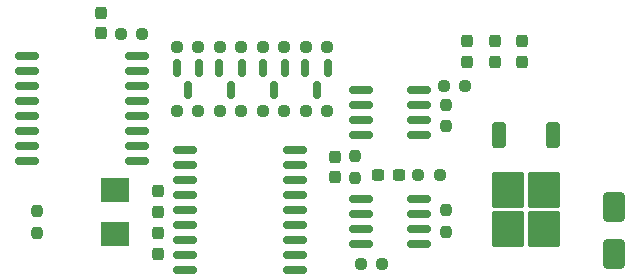
<source format=gbr>
%TF.GenerationSoftware,KiCad,Pcbnew,7.0.7*%
%TF.CreationDate,2023-09-17T21:28:58+02:00*%
%TF.ProjectId,PSACANBridgeHW_v12,50534143-414e-4427-9269-64676548575f,rev?*%
%TF.SameCoordinates,Original*%
%TF.FileFunction,Paste,Top*%
%TF.FilePolarity,Positive*%
%FSLAX46Y46*%
G04 Gerber Fmt 4.6, Leading zero omitted, Abs format (unit mm)*
G04 Created by KiCad (PCBNEW 7.0.7) date 2023-09-17 21:28:58*
%MOMM*%
%LPD*%
G01*
G04 APERTURE LIST*
G04 Aperture macros list*
%AMRoundRect*
0 Rectangle with rounded corners*
0 $1 Rounding radius*
0 $2 $3 $4 $5 $6 $7 $8 $9 X,Y pos of 4 corners*
0 Add a 4 corners polygon primitive as box body*
4,1,4,$2,$3,$4,$5,$6,$7,$8,$9,$2,$3,0*
0 Add four circle primitives for the rounded corners*
1,1,$1+$1,$2,$3*
1,1,$1+$1,$4,$5*
1,1,$1+$1,$6,$7*
1,1,$1+$1,$8,$9*
0 Add four rect primitives between the rounded corners*
20,1,$1+$1,$2,$3,$4,$5,0*
20,1,$1+$1,$4,$5,$6,$7,0*
20,1,$1+$1,$6,$7,$8,$9,0*
20,1,$1+$1,$8,$9,$2,$3,0*%
G04 Aperture macros list end*
%ADD10RoundRect,0.237500X0.237500X-0.250000X0.237500X0.250000X-0.237500X0.250000X-0.237500X-0.250000X0*%
%ADD11RoundRect,0.237500X-0.250000X-0.237500X0.250000X-0.237500X0.250000X0.237500X-0.250000X0.237500X0*%
%ADD12RoundRect,0.237500X-0.237500X0.300000X-0.237500X-0.300000X0.237500X-0.300000X0.237500X0.300000X0*%
%ADD13RoundRect,0.150000X-0.875000X-0.150000X0.875000X-0.150000X0.875000X0.150000X-0.875000X0.150000X0*%
%ADD14RoundRect,0.250000X-0.350000X0.850000X-0.350000X-0.850000X0.350000X-0.850000X0.350000X0.850000X0*%
%ADD15RoundRect,0.250000X-1.125000X1.275000X-1.125000X-1.275000X1.125000X-1.275000X1.125000X1.275000X0*%
%ADD16R,2.400000X2.000000*%
%ADD17RoundRect,0.150000X-0.825000X-0.150000X0.825000X-0.150000X0.825000X0.150000X-0.825000X0.150000X0*%
%ADD18RoundRect,0.237500X0.250000X0.237500X-0.250000X0.237500X-0.250000X-0.237500X0.250000X-0.237500X0*%
%ADD19RoundRect,0.237500X0.237500X-0.300000X0.237500X0.300000X-0.237500X0.300000X-0.237500X-0.300000X0*%
%ADD20RoundRect,0.237500X-0.300000X-0.237500X0.300000X-0.237500X0.300000X0.237500X-0.300000X0.237500X0*%
%ADD21RoundRect,0.237500X-0.237500X0.250000X-0.237500X-0.250000X0.237500X-0.250000X0.237500X0.250000X0*%
%ADD22RoundRect,0.150000X-0.150000X0.587500X-0.150000X-0.587500X0.150000X-0.587500X0.150000X0.587500X0*%
%ADD23RoundRect,0.250000X-0.650000X1.000000X-0.650000X-1.000000X0.650000X-1.000000X0.650000X1.000000X0*%
G04 APERTURE END LIST*
D10*
%TO.C,R10*%
X119270000Y-136172500D03*
X119270000Y-134347500D03*
%TD*%
D11*
%TO.C,R9*%
X126307500Y-119320000D03*
X128132500Y-119320000D03*
%TD*%
D12*
%TO.C,C10*%
X124640000Y-117547500D03*
X124640000Y-119272500D03*
%TD*%
D13*
%TO.C,U7*%
X127710000Y-121165000D03*
X127710000Y-122435000D03*
X127710000Y-123705000D03*
X127710000Y-124975000D03*
X127710000Y-126245000D03*
X127710000Y-127515000D03*
X127710000Y-128785000D03*
X127710000Y-130055000D03*
X118410000Y-130055000D03*
X118410000Y-128785000D03*
X118410000Y-127515000D03*
X118410000Y-126245000D03*
X118410000Y-124975000D03*
X118410000Y-123705000D03*
X118410000Y-122435000D03*
X118410000Y-121165000D03*
%TD*%
D14*
%TO.C,U6*%
X162895000Y-127885000D03*
X158335000Y-127885000D03*
D15*
X159090000Y-135860000D03*
X162140000Y-132510000D03*
X162140000Y-135860000D03*
X159090000Y-132510000D03*
%TD*%
D16*
%TO.C,Y1*%
X125850000Y-136230000D03*
X125850000Y-132530000D03*
%TD*%
D17*
%TO.C,U4*%
X146635000Y-124115000D03*
X146635000Y-125385000D03*
X146635000Y-126655000D03*
X146635000Y-127925000D03*
X151585000Y-127925000D03*
X151585000Y-126655000D03*
X151585000Y-125385000D03*
X151585000Y-124115000D03*
%TD*%
%TO.C,U2*%
X146635000Y-133305000D03*
X146635000Y-134575000D03*
X146635000Y-135845000D03*
X146635000Y-137115000D03*
X151585000Y-137115000D03*
X151585000Y-135845000D03*
X151585000Y-134575000D03*
X151585000Y-133305000D03*
%TD*%
D11*
%TO.C,R2*%
X151507500Y-131290000D03*
X153332500Y-131290000D03*
%TD*%
D18*
%TO.C,R1*%
X155472500Y-123710000D03*
X153647500Y-123710000D03*
%TD*%
D19*
%TO.C,C1*%
X129470000Y-134369000D03*
X129470000Y-132644000D03*
%TD*%
D12*
%TO.C,C2*%
X129470000Y-136200000D03*
X129470000Y-137925000D03*
%TD*%
D19*
%TO.C,C4*%
X160325000Y-121687500D03*
X160325000Y-119962500D03*
%TD*%
D20*
%TO.C,C5*%
X148110500Y-131299000D03*
X149835500Y-131299000D03*
%TD*%
D12*
%TO.C,C6*%
X155650000Y-119962500D03*
X155650000Y-121687500D03*
%TD*%
%TO.C,C7*%
X158025000Y-121687500D03*
X158025000Y-119962500D03*
%TD*%
D21*
%TO.C,R3*%
X153875000Y-134237500D03*
X153875000Y-136062500D03*
%TD*%
%TO.C,R4*%
X153875000Y-125312500D03*
X153875000Y-127137500D03*
%TD*%
D18*
%TO.C,R7*%
X132875000Y-120397500D03*
X131050000Y-120397500D03*
%TD*%
%TO.C,R8*%
X136541166Y-120397500D03*
X134716166Y-120397500D03*
%TD*%
D11*
%TO.C,R12*%
X134716166Y-125847500D03*
X136541166Y-125847500D03*
%TD*%
D18*
%TO.C,R13*%
X140181832Y-120397500D03*
X138356832Y-120397500D03*
%TD*%
%TO.C,R14*%
X143822500Y-120397500D03*
X141997500Y-120397500D03*
%TD*%
D11*
%TO.C,R15*%
X138356832Y-125847500D03*
X140181832Y-125847500D03*
%TD*%
%TO.C,R16*%
X141997500Y-125847500D03*
X143822500Y-125847500D03*
%TD*%
D19*
%TO.C,C9*%
X144450000Y-131462500D03*
X144450000Y-129737500D03*
%TD*%
D10*
%TO.C,R5*%
X146125000Y-131512500D03*
X146125000Y-129687500D03*
%TD*%
D11*
%TO.C,R6*%
X146627500Y-138780000D03*
X148452500Y-138780000D03*
%TD*%
D22*
%TO.C,Q2*%
X136575000Y-122185000D03*
X134675000Y-122185000D03*
X135625000Y-124060000D03*
%TD*%
D23*
%TO.C,D1*%
X168050000Y-134000000D03*
X168050000Y-138000000D03*
%TD*%
D22*
%TO.C,Q3*%
X140225000Y-122185000D03*
X138325000Y-122185000D03*
X139275000Y-124060000D03*
%TD*%
%TO.C,Q1*%
X132975000Y-122185000D03*
X131075000Y-122185000D03*
X132025000Y-124060000D03*
%TD*%
D13*
%TO.C,U1*%
X131750000Y-129140000D03*
X131750000Y-130410000D03*
X131750000Y-131680000D03*
X131750000Y-132950000D03*
X131750000Y-134220000D03*
X131750000Y-135490000D03*
X131750000Y-136760000D03*
X131750000Y-138030000D03*
X131750000Y-139300000D03*
X141050000Y-139300000D03*
X141050000Y-138030000D03*
X141050000Y-136760000D03*
X141050000Y-135490000D03*
X141050000Y-134220000D03*
X141050000Y-132950000D03*
X141050000Y-131680000D03*
X141050000Y-130410000D03*
X141050000Y-129140000D03*
%TD*%
D11*
%TO.C,R11*%
X131062500Y-125847500D03*
X132887500Y-125847500D03*
%TD*%
D22*
%TO.C,Q4*%
X143850000Y-122185000D03*
X141950000Y-122185000D03*
X142900000Y-124060000D03*
%TD*%
M02*

</source>
